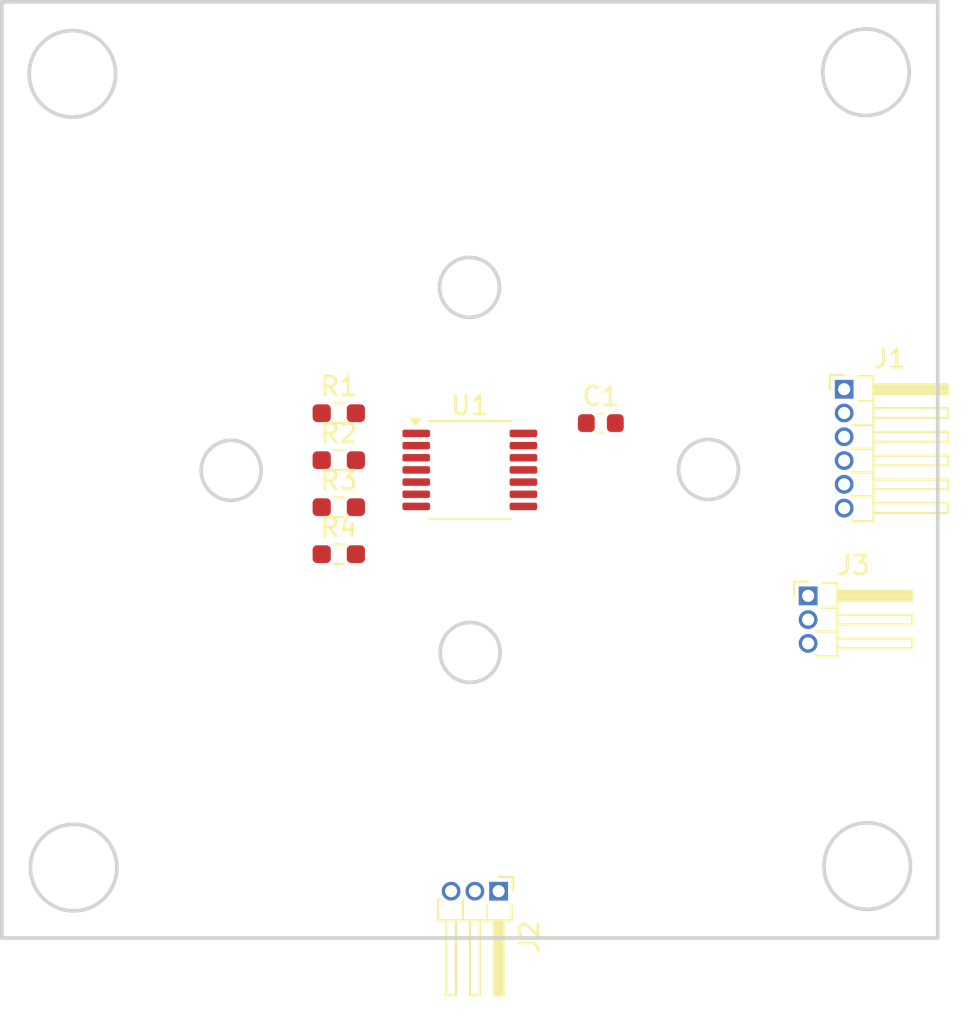
<source format=kicad_pcb>
(kicad_pcb (version 20240108) (generator "pcbnew") (generator_version "8.0")
  (layers (0 "F.Cu" signal) (31 "B.Cu" signal) (34 "B.Paste" user) (35 "F.Paste" user) (36 "B.SilkS" user "B.Silkscreen") (37 "F.SilkS" user "F.Silkscreen") (38 "B.Mask" user) (39 "F.Mask" user) (44 "Edge.Cuts" user))
  (net 0 "")
  (net 1 "Net-(J1-Pin_4)")
  (net 2 "Net-(U1-CLK)")
  (net 3 "Net-(U1-MISO)")
  (net 4 "Net-(J1-Pin_5)")
  (net 5 "Net-(U1-MOSI)")
  (net 6 "Net-(J1-Pin_6)")
  (net 7 "+3.3V")
  (net 8 "Net-(J1-Pin_3)")
  (net 9 "/U")
  (net 10 "GND")
  (net 11 "/W{slash}PWM")
  (net 12 "/B")
  (net 13 "/I{slash}PWM")
  (net 14 "/V")
  (net 15 "/A")
  (footprint "Connector_PinHeader_1.27mm:PinHeader_1x03_P1.27mm_Horizontal" (layer "F.Cu") (at 155.075 112.225)
    (property "Reference" "J3" (at 2.4325 -1.635 0) (layer "F.SilkS"))
    (property "Value" "Conn_01x03")
    (fp_line (start -0.76 -0.76) (end 0 -0.76) (stroke (width 0.12)) (layer "F.SilkS"))
    (fp_line (start -0.76 0) (end -0.76 -0.76) (stroke (width 0.12)) (layer "F.SilkS"))
    (fp_line (start 0.44 1.889677) (end 0.44 1.920323) (stroke (width 0.12)) (layer "F.SilkS"))
    (fp_line (start 0.44 1.905) (end 1.56 1.905) (stroke (width 0.12)) (layer "F.SilkS"))
    (fp_line (start 0.44 3.235) (end 0.44 3.159677) (stroke (width 0.12)) (layer "F.SilkS"))
    (fp_line (start 0.76 -0.695) (end 1.56 -0.695) (stroke (width 0.12)) (layer "F.SilkS"))
    (fp_line (start 0.76 0.635) (end 1.56 0.635) (stroke (width 0.12)) (layer "F.SilkS"))
    (fp_line (start 1.56 -0.695) (end 1.56 3.235) (stroke (width 0.12)) (layer "F.SilkS"))
    (fp_line (start 1.56 -0.26) (end 5.56 -0.26) (stroke (width 0.12)) (layer "F.SilkS"))
    (fp_line (start 1.56 -0.2) (end 5.56 -0.2) (stroke (width 0.12)) (layer "F.SilkS"))
    (fp_line (start 1.56 -0.08) (end 5.56 -0.08) (stroke (width 0.12)) (layer "F.SilkS"))
    (fp_line (start 1.56 0.04) (end 5.56 0.04) (stroke (width 0.12)) (layer "F.SilkS"))
    (fp_line (start 1.56 0.16) (end 5.56 0.16) (stroke (width 0.12)) (layer "F.SilkS"))
    (fp_line (start 1.56 1.01) (end 5.56 1.01) (stroke (width 0.12)) (layer "F.SilkS"))
    (fp_line (start 1.56 2.28) (end 5.56 2.28) (stroke (width 0.12)) (layer "F.SilkS"))
    (fp_line (start 1.56 3.235) (end 0.44 3.235) (stroke (width 0.12)) (layer "F.SilkS"))
    (fp_line (start 5.56 -0.26) (end 5.56 0.26) (stroke (width 0.12)) (layer "F.SilkS"))
    (fp_line (start 5.56 0.26) (end 1.56 0.26) (stroke (width 0.12)) (layer "F.SilkS"))
    (fp_line (start 5.56 1.01) (end 5.56 1.53) (stroke (width 0.12)) (layer "F.SilkS"))
    (fp_line (start 5.56 1.53) (end 1.56 1.53) (stroke (width 0.12)) (layer "F.SilkS"))
    (fp_line (start 5.56 2.28) (end 5.56 2.8) (stroke (width 0.12)) (layer "F.SilkS"))
    (fp_line (start 5.56 2.8) (end 1.56 2.8) (stroke (width 0.12)) (layer "F.SilkS"))
    (pad "1" thru_hole rect (at 0 0) (size 1 1) (drill 0.65) (layers "*.Cu" "*.Mask") (net 9 "/U"))
    (pad "2" thru_hole oval (at 0 1.27) (size 1 1) (drill 0.65) (layers "*.Cu" "*.Mask") (net 14 "/V"))
    (pad "3" thru_hole oval (at 0 2.54) (size 1 1) (drill 0.65) (layers "*.Cu" "*.Mask") (net 11 "/W{slash}PWM"))
  )
  (footprint "Resistor_SMD:R_0603_1608Metric_Pad0.98x0.95mm_HandSolder" (layer "F.Cu") (at 130 107.49)
    (property "Reference" "R3" (at 0 -1.43 0) (layer "F.SilkS"))
    (property "Value" "100R")
    (fp_line (start -0.254724 -0.5225) (end 0.254724 -0.5225) (stroke (width 0.12)) (layer "F.SilkS"))
    (fp_line (start -0.254724 0.5225) (end 0.254724 0.5225) (stroke (width 0.12)) (layer "F.SilkS"))
    (pad "1" smd roundrect (at -0.9125 0) (size 0.975 0.95) (layers "F.Cu" "F.Paste" "F.Mask") (net 6 "Net-(J1-Pin_6)"))
    (pad "2" smd roundrect (at 0.9125 0) (size 0.975 0.95) (layers "F.Cu" "F.Paste" "F.Mask") (net 5 "Net-(U1-MOSI)"))
  )
  (footprint "Resistor_SMD:R_0603_1608Metric_Pad0.98x0.95mm_HandSolder" (layer "F.Cu") (at 130 104.98)
    (property "Reference" "R2" (at 0 -1.43 0) (layer "F.SilkS"))
    (property "Value" "100R")
    (fp_line (start -0.254724 -0.5225) (end 0.254724 -0.5225) (stroke (width 0.12)) (layer "F.SilkS"))
    (fp_line (start -0.254724 0.5225) (end 0.254724 0.5225) (stroke (width 0.12)) (layer "F.SilkS"))
    (pad "1" smd roundrect (at -0.9125 0) (size 0.975 0.95) (layers "F.Cu" "F.Paste" "F.Mask") (net 4 "Net-(J1-Pin_5)"))
    (pad "2" smd roundrect (at 0.9125 0) (size 0.975 0.95) (layers "F.Cu" "F.Paste" "F.Mask") (net 3 "Net-(U1-MISO)"))
  )
  (footprint "Connector_PinHeader_1.27mm:PinHeader_1x03_P1.27mm_Horizontal" (layer "F.Cu") (at 138.54 128 -90)
    (property "Reference" "J2" (at 2.4325 -1.635 90) (layer "F.SilkS"))
    (property "Value" "Conn_01x03")
    (fp_line (start 0.44 3.235) (end 0.44 3.159677) (stroke (width 0.12)) (layer "F.SilkS"))
    (fp_line (start 1.56 3.235) (end 0.44 3.235) (stroke (width 0.12)) (layer "F.SilkS"))
    (fp_line (start 5.56 2.8) (end 1.56 2.8) (stroke (width 0.12)) (layer "F.SilkS"))
    (fp_line (start 1.56 2.28) (end 5.56 2.28) (stroke (width 0.12)) (layer "F.SilkS"))
    (fp_line (start 5.56 2.28) (end 5.56 2.8) (stroke (width 0.12)) (layer "F.SilkS"))
    (fp_line (start 0.44 1.905) (end 1.56 1.905) (stroke (width 0.12)) (layer "F.SilkS"))
    (fp_line (start 0.44 1.889677) (end 0.44 1.920323) (stroke (width 0.12)) (layer "F.SilkS"))
    (fp_line (start 5.56 1.53) (end 1.56 1.53) (stroke (width 0.12)) (layer "F.SilkS"))
    (fp_line (start 1.56 1.01) (end 5.56 1.01) (stroke (width 0.12)) (layer "F.SilkS"))
    (fp_line (start 5.56 1.01) (end 5.56 1.53) (stroke (width 0.12)) (layer "F.SilkS"))
    (fp_line (start 0.76 0.635) (end 1.56 0.635) (stroke (width 0.12)) (layer "F.SilkS"))
    (fp_line (start 5.56 0.26) (end 1.56 0.26) (stroke (width 0.12)) (layer "F.SilkS"))
    (fp_line (start 1.56 0.16) (end 5.56 0.16) (stroke (width 0.12)) (layer "F.SilkS"))
    (fp_line (start 1.56 0.04) (end 5.56 0.04) (stroke (width 0.12)) (layer "F.SilkS"))
    (fp_line (start -0.76 0) (end -0.76 -0.76) (stroke (width 0.12)) (layer "F.SilkS"))
    (fp_line (start 1.56 -0.08) (end 5.56 -0.08) (stroke (width 0.12)) (layer "F.SilkS"))
    (fp_line (start 1.56 -0.2) (end 5.56 -0.2) (stroke (width 0.12)) (layer "F.SilkS"))
    (fp_line (start 1.56 -0.26) (end 5.56 -0.26) (stroke (width 0.12)) (layer "F.SilkS"))
    (fp_line (start 5.56 -0.26) (end 5.56 0.26) (stroke (width 0.12)) (layer "F.SilkS"))
    (fp_line (start 0.76 -0.695) (end 1.56 -0.695) (stroke (width 0.12)) (layer "F.SilkS"))
    (fp_line (start 1.56 -0.695) (end 1.56 3.235) (stroke (width 0.12)) (layer "F.SilkS"))
    (fp_line (start -0.76 -0.76) (end 0 -0.76) (stroke (width 0.12)) (layer "F.SilkS"))
    (pad "1" thru_hole rect (at 0 0 270) (size 1 1) (drill 0.65) (layers "*.Cu" "*.Mask") (net 15 "/A"))
    (pad "2" thru_hole oval (at 0 1.27 270) (size 1 1) (drill 0.65) (layers "*.Cu" "*.Mask") (net 12 "/B"))
    (pad "3" thru_hole oval (at 0 2.54 270) (size 1 1) (drill 0.65) (layers "*.Cu" "*.Mask") (net 13 "/I{slash}PWM"))
  )
  (footprint "Resistor_SMD:R_0603_1608Metric_Pad0.98x0.95mm_HandSolder" (layer "F.Cu") (at 130 110)
    (property "Reference" "R4" (at 0 -1.43 0) (layer "F.SilkS"))
    (property "Value" "10K")
    (fp_line (start -0.254724 -0.5225) (end 0.254724 -0.5225) (stroke (width 0.12)) (layer "F.SilkS"))
    (fp_line (start -0.254724 0.5225) (end 0.254724 0.5225) (stroke (width 0.12)) (layer "F.SilkS"))
    (pad "1" smd roundrect (at -0.9125 0) (size 0.975 0.95) (layers "F.Cu" "F.Paste" "F.Mask") (net 8 "Net-(J1-Pin_3)"))
    (pad "2" smd roundrect (at 0.9125 0) (size 0.975 0.95) (layers "F.Cu" "F.Paste" "F.Mask") (net 7 "+3.3V"))
  )
  (footprint "Package_SO:TSSOP-14_4.4x5mm_P0.65mm" (layer "F.Cu") (at 137 105.5)
    (property "Reference" "U1" (at 0 -3.45 0) (layer "F.SilkS"))
    (property "Value" "AS5047D")
    (fp_line (start 0 -2.61) (end -2.2 -2.61) (stroke (width 0.12)) (layer "F.SilkS"))
    (fp_line (start 0 -2.61) (end 2.2 -2.61) (stroke (width 0.12)) (layer "F.SilkS"))
    (fp_line (start 0 2.61) (end -2.2 2.61) (stroke (width 0.12)) (layer "F.SilkS"))
    (fp_line (start 0 2.61) (end 2.2 2.61) (stroke (width 0.12)) (layer "F.SilkS"))
    (fp_poly (pts (xy -2.9 -2.41) (xy -3.14 -2.74) (xy -2.66 -2.74) (xy -2.9 -2.41)) (stroke (width 0.12)) (fill solid) (layer "F.SilkS"))
    (pad "1" smd roundrect (at -2.8625 -1.95) (size 1.475 0.4) (layers "F.Cu" "F.Paste" "F.Mask") (net 8 "Net-(J1-Pin_3)"))
    (pad "2" smd roundrect (at -2.8625 -1.3) (size 1.475 0.4) (layers "F.Cu" "F.Paste" "F.Mask") (net 2 "Net-(U1-CLK)"))
    (pad "3" smd roundrect (at -2.8625 -0.65) (size 1.475 0.4) (layers "F.Cu" "F.Paste" "F.Mask") (net 3 "Net-(U1-MISO)"))
    (pad "4" smd roundrect (at -2.8625 0) (size 1.475 0.4) (layers "F.Cu" "F.Paste" "F.Mask") (net 5 "Net-(U1-MOSI)"))
    (pad "5" smd roundrect (at -2.8625 0.65) (size 1.475 0.4) (layers "F.Cu" "F.Paste" "F.Mask") (net 10 "GND"))
    (pad "6" smd roundrect (at -2.8625 1.3) (size 1.475 0.4) (layers "F.Cu" "F.Paste" "F.Mask") (net 15 "/A"))
    (pad "7" smd roundrect (at -2.8625 1.95) (size 1.475 0.4) (layers "F.Cu" "F.Paste" "F.Mask") (net 12 "/B"))
    (pad "8" smd roundrect (at 2.8625 1.95) (size 1.475 0.4) (layers "F.Cu" "F.Paste" "F.Mask") (net 11 "/W{slash}PWM"))
    (pad "9" smd roundrect (at 2.8625 1.3) (size 1.475 0.4) (layers "F.Cu" "F.Paste" "F.Mask") (net 14 "/V"))
    (pad "10" smd roundrect (at 2.8625 0.65) (size 1.475 0.4) (layers "F.Cu" "F.Paste" "F.Mask") (net 9 "/U"))
    (pad "11" smd roundrect (at 2.8625 0) (size 1.475 0.4) (layers "F.Cu" "F.Paste" "F.Mask") (net 7 "+3.3V"))
    (pad "12" smd roundrect (at 2.8625 -0.65) (size 1.475 0.4) (layers "F.Cu" "F.Paste" "F.Mask") (net 7 "+3.3V"))
    (pad "13" smd roundrect (at 2.8625 -1.3) (size 1.475 0.4) (layers "F.Cu" "F.Paste" "F.Mask") (net 10 "GND"))
    (pad "14" smd roundrect (at 2.8625 -1.95) (size 1.475 0.4) (layers "F.Cu" "F.Paste" "F.Mask") (net 13 "/I{slash}PWM"))
  )
  (footprint "Capacitor_SMD:C_0603_1608Metric" (layer "F.Cu") (at 144 103)
    (property "Reference" "C1" (at 0 -1.43 0) (layer "F.SilkS"))
    (property "Value" "1uF")
    (fp_line (start -0.14058 -0.51) (end 0.14058 -0.51) (stroke (width 0.12)) (layer "F.SilkS"))
    (fp_line (start -0.14058 0.51) (end 0.14058 0.51) (stroke (width 0.12)) (layer "F.SilkS"))
    (pad "1" smd roundrect (at -0.775 0) (size 0.9 0.95) (layers "F.Cu" "F.Paste" "F.Mask") (net 10 "GND"))
    (pad "2" smd roundrect (at 0.775 0) (size 0.9 0.95) (layers "F.Cu" "F.Paste" "F.Mask") (net 7 "+3.3V"))
  )
  (footprint "Resistor_SMD:R_0603_1608Metric_Pad0.98x0.95mm_HandSolder" (layer "F.Cu") (at 130 102.47)
    (property "Reference" "R1" (at 0 -1.43 0) (layer "F.SilkS"))
    (property "Value" "100R")
    (fp_line (start -0.254724 -0.5225) (end 0.254724 -0.5225) (stroke (width 0.12)) (layer "F.SilkS"))
    (fp_line (start -0.254724 0.5225) (end 0.254724 0.5225) (stroke (width 0.12)) (layer "F.SilkS"))
    (pad "1" smd roundrect (at -0.9125 0) (size 0.975 0.95) (layers "F.Cu" "F.Paste" "F.Mask") (net 1 "Net-(J1-Pin_4)"))
    (pad "2" smd roundrect (at 0.9125 0) (size 0.975 0.95) (layers "F.Cu" "F.Paste" "F.Mask") (net 2 "Net-(U1-CLK)"))
  )
  (footprint "Connector_PinHeader_1.27mm:PinHeader_1x06_P1.27mm_Horizontal" (layer "F.Cu") (at 157 101.19)
    (property "Reference" "J1" (at 2.4325 -1.635 0) (layer "F.SilkS"))
    (property "Value" "Conn_01x06")
    (fp_line (start -0.76 -0.76) (end 0 -0.76) (stroke (width 0.12)) (layer "F.SilkS"))
    (fp_line (start -0.76 0) (end -0.76 -0.76) (stroke (width 0.12)) (layer "F.SilkS"))
    (fp_line (start 0.44 1.889677) (end 0.44 1.920323) (stroke (width 0.12)) (layer "F.SilkS"))
    (fp_line (start 0.44 1.905) (end 1.56 1.905) (stroke (width 0.12)) (layer "F.SilkS"))
    (fp_line (start 0.44 3.159677) (end 0.44 3.190323) (stroke (width 0.12)) (layer "F.SilkS"))
    (fp_line (start 0.44 3.175) (end 1.56 3.175) (stroke (width 0.12)) (layer "F.SilkS"))
    (fp_line (start 0.44 4.429677) (end 0.44 4.460323) (stroke (width 0.12)) (layer "F.SilkS"))
    (fp_line (start 0.44 4.445) (end 1.56 4.445) (stroke (width 0.12)) (layer "F.SilkS"))
    (fp_line (start 0.44 5.699677) (end 0.44 5.730323) (stroke (width 0.12)) (layer "F.SilkS"))
    (fp_line (start 0.44 5.715) (end 1.56 5.715) (stroke (width 0.12)) (layer "F.SilkS"))
    (fp_line (start 0.44 7.045) (end 0.44 6.969677) (stroke (width 0.12)) (layer "F.SilkS"))
    (fp_line (start 0.76 -0.695) (end 1.56 -0.695) (stroke (width 0.12)) (layer "F.SilkS"))
    (fp_line (start 0.76 0.635) (end 1.56 0.635) (stroke (width 0.12)) (layer "F.SilkS"))
    (fp_line (start 1.56 -0.695) (end 1.56 7.045) (stroke (width 0.12)) (layer "F.SilkS"))
    (fp_line (start 1.56 -0.26) (end 5.56 -0.26) (stroke (width 0.12)) (layer "F.SilkS"))
    (fp_line (start 1.56 -0.2) (end 5.56 -0.2) (stroke (width 0.12)) (layer "F.SilkS"))
    (fp_line (start 1.56 -0.08) (end 5.56 -0.08) (stroke (width 0.12)) (layer "F.SilkS"))
    (fp_line (start 1.56 0.04) (end 5.56 0.04) (stroke (width 0.12)) (layer "F.SilkS"))
    (fp_line (start 1.56 0.16) (end 5.56 0.16) (stroke (width 0.12)) (layer "F.SilkS"))
    (fp_line (start 1.56 1.01) (end 5.56 1.01) (stroke (width 0.12)) (layer "F.SilkS"))
    (fp_line (start 1.56 2.28) (end 5.56 2.28) (stroke (width 0.12)) (layer "F.SilkS"))
    (fp_line (start 1.56 3.55) (end 5.56 3.55) (stroke (width 0.12)) (layer "F.SilkS"))
    (fp_line (start 1.56 4.82) (end 5.56 4.82) (stroke (width 0.12)) (layer "F.SilkS"))
    (fp_line (start 1.56 6.09) (end 5.56 6.09) (stroke (width 0.12)) (layer "F.SilkS"))
    (fp_line (start 1.56 7.045) (end 0.44 7.045) (stroke (width 0.12)) (layer "F.SilkS"))
    (fp_line (start 5.56 -0.26) (end 5.56 0.26) (stroke (width 0.12)) (layer "F.SilkS"))
    (fp_line (start 5.56 0.26) (end 1.56 0.26) (stroke (width 0.12)) (layer "F.SilkS"))
    (fp_line (start 5.56 1.01) (end 5.56 1.53) (stroke (width 0.12)) (layer "F.SilkS"))
    (fp_line (start 5.56 1.53) (end 1.56 1.53) (stroke (width 0.12)) (layer "F.SilkS"))
    (fp_line (start 5.56 2.28) (end 5.56 2.8) (stroke (width 0.12)) (layer "F.SilkS"))
    (fp_line (start 5.56 2.8) (end 1.56 2.8) (stroke (width 0.12)) (layer "F.SilkS"))
    (fp_line (start 5.56 3.55) (end 5.56 4.07) (stroke (width 0.12)) (layer "F.SilkS"))
    (fp_line (start 5.56 4.07) (end 1.56 4.07) (stroke (width 0.12)) (layer "F.SilkS"))
    (fp_line (start 5.56 4.82) (end 5.56 5.34) (stroke (width 0.12)) (layer "F.SilkS"))
    (fp_line (start 5.56 5.34) (end 1.56 5.34) (stroke (width 0.12)) (layer "F.SilkS"))
    (fp_line (start 5.56 6.09) (end 5.56 6.61) (stroke (width 0.12)) (layer "F.SilkS"))
    (fp_line (start 5.56 6.61) (end 1.56 6.61) (stroke (width 0.12)) (layer "F.SilkS"))
    (pad "1" thru_hole rect (at 0 0) (size 1 1) (drill 0.65) (layers "*.Cu" "*.Mask") (net 7 "+3.3V"))
    (pad "2" thru_hole oval (at 0 1.27) (size 1 1) (drill 0.65) (layers "*.Cu" "*.Mask") (net 10 "GND"))
    (pad "3" thru_hole oval (at 0 2.54) (size 1 1) (drill 0.65) (layers "*.Cu" "*.Mask") (net 8 "Net-(J1-Pin_3)"))
    (pad "4" thru_hole oval (at 0 3.81) (size 1 1) (drill 0.65) (layers "*.Cu" "*.Mask") (net 1 "Net-(J1-Pin_4)"))
    (pad "5" thru_hole oval (at 0 5.08) (size 1 1) (drill 0.65) (layers "*.Cu" "*.Mask") (net 4 "Net-(J1-Pin_5)"))
    (pad "6" thru_hole oval (at 0 6.35) (size 1 1) (drill 0.65) (layers "*.Cu" "*.Mask") (net 6 "Net-(J1-Pin_6)"))
  )
  (gr_line (start 112 130.5) (end 162 130.5) (stroke (width 0.2)) (layer "Edge.Cuts"))
  (gr_circle (center 137.017171 115.249985) (end 138.617171 115.249985) (stroke (width 0.2)) (fill none) (layer "Edge.Cuts"))
  (gr_circle (center 158.166847 84.25847) (end 160.476847 84.25847) (stroke (width 0.2)) (fill none) (layer "Edge.Cuts"))
  (gr_line (start 137 80.5) (end 112 80.5) (stroke (width 0.2)) (layer "Edge.Cuts"))
  (gr_line (start 162 130.5) (end 162 105.5) (stroke (width 0.2)) (layer "Edge.Cuts"))
  (gr_line (start 112 80.5) (end 112 130.5) (stroke (width 0.2)) (layer "Edge.Cuts"))
  (gr_line (start 162 105.5) (end 162 80.5) (stroke (width 0.2)) (layer "Edge.Cuts"))
  (gr_line (start 162 80.5) (end 137 80.5) (stroke (width 0.2)) (layer "Edge.Cuts"))
  (gr_circle (center 115.833154 126.741531) (end 118.143154 126.741531) (stroke (width 0.2)) (fill none) (layer "Edge.Cuts"))
  (gr_circle (center 149.74998 105.477547) (end 151.34998 105.477547) (stroke (width 0.2)) (fill none) (layer "Edge.Cuts"))
  (gr_circle (center 124.25002 105.522454) (end 125.85002 105.522454) (stroke (width 0.2)) (fill none) (layer "Edge.Cuts"))
  (gr_circle (center 136.98283 95.750015) (end 138.58283 95.750015) (stroke (width 0.2)) (fill none) (layer "Edge.Cuts"))
  (gr_circle (center 158.23282 126.658166) (end 160.54282 126.658166) (stroke (width 0.2)) (fill none) (layer "Edge.Cuts"))
  (gr_circle (center 115.76718 84.341834) (end 118.07718 84.341834) (stroke (width 0.2)) (fill none) (layer "Edge.Cuts"))
)
</source>
